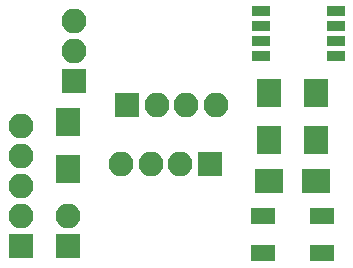
<source format=gts>
G04 #@! TF.FileFunction,Soldermask,Top*
%FSLAX46Y46*%
G04 Gerber Fmt 4.6, Leading zero omitted, Abs format (unit mm)*
G04 Created by KiCad (PCBNEW 4.0.7) date 02/19/20 23:21:01*
%MOMM*%
%LPD*%
G01*
G04 APERTURE LIST*
%ADD10C,0.100000*%
%ADD11R,2.000000X2.400000*%
%ADD12R,2.400000X2.000000*%
%ADD13R,2.100000X2.100000*%
%ADD14O,2.100000X2.100000*%
%ADD15R,1.543000X0.908000*%
%ADD16R,2.000000X1.400000*%
G04 APERTURE END LIST*
D10*
D11*
X137000000Y-98000000D03*
X137000000Y-94000000D03*
X120000000Y-96500000D03*
X120000000Y-100500000D03*
X141000000Y-98000000D03*
X141000000Y-94000000D03*
D12*
X141000000Y-101500000D03*
X137000000Y-101500000D03*
D13*
X120500000Y-93000000D03*
D14*
X120500000Y-90460000D03*
X120500000Y-87920000D03*
D13*
X116000000Y-107000000D03*
D14*
X116000000Y-104460000D03*
X116000000Y-101920000D03*
X116000000Y-99380000D03*
X116000000Y-96840000D03*
D13*
X120000000Y-107000000D03*
D14*
X120000000Y-104460000D03*
D15*
X136325000Y-90905000D03*
X136325000Y-89635000D03*
X136325000Y-88365000D03*
X136325000Y-87095000D03*
X142675000Y-87095000D03*
X142675000Y-88365000D03*
X142675000Y-89635000D03*
X142675000Y-90905000D03*
D13*
X132000000Y-100000000D03*
D14*
X129500000Y-100000000D03*
X127000000Y-100000000D03*
X124500000Y-100000000D03*
D13*
X125000000Y-95000000D03*
D14*
X127500000Y-95000000D03*
X130000000Y-95000000D03*
X132500000Y-95000000D03*
D16*
X141500000Y-107600000D03*
X141500000Y-104400000D03*
X136500000Y-107600000D03*
X136500000Y-104400000D03*
M02*

</source>
